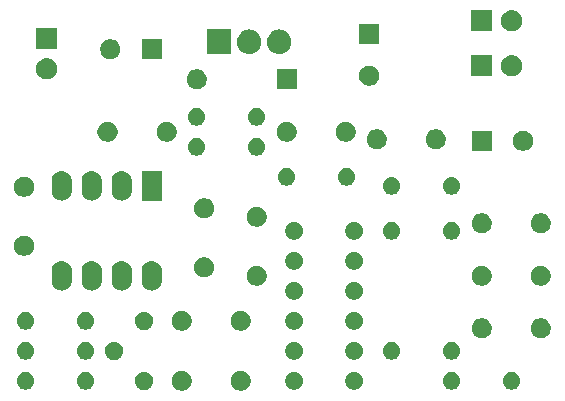
<source format=gbr>
G04 #@! TF.GenerationSoftware,KiCad,Pcbnew,(5.1.5)-3*
G04 #@! TF.CreationDate,2021-03-29T22:58:56-05:00*
G04 #@! TF.ProjectId,Sable_Bias_Voltage,5361626c-655f-4426-9961-735f566f6c74,rev?*
G04 #@! TF.SameCoordinates,Original*
G04 #@! TF.FileFunction,Soldermask,Bot*
G04 #@! TF.FilePolarity,Negative*
%FSLAX46Y46*%
G04 Gerber Fmt 4.6, Leading zero omitted, Abs format (unit mm)*
G04 Created by KiCad (PCBNEW (5.1.5)-3) date 2021-03-29 22:58:56*
%MOMM*%
%LPD*%
G04 APERTURE LIST*
%ADD10C,0.100000*%
G04 APERTURE END LIST*
D10*
G36*
X150028228Y-117291703D02*
G01*
X150183100Y-117355853D01*
X150322481Y-117448985D01*
X150441015Y-117567519D01*
X150534147Y-117706900D01*
X150598297Y-117861772D01*
X150631000Y-118026184D01*
X150631000Y-118193816D01*
X150598297Y-118358228D01*
X150534147Y-118513100D01*
X150441015Y-118652481D01*
X150322481Y-118771015D01*
X150183100Y-118864147D01*
X150028228Y-118928297D01*
X149863816Y-118961000D01*
X149696184Y-118961000D01*
X149531772Y-118928297D01*
X149376900Y-118864147D01*
X149237519Y-118771015D01*
X149118985Y-118652481D01*
X149025853Y-118513100D01*
X148961703Y-118358228D01*
X148929000Y-118193816D01*
X148929000Y-118026184D01*
X148961703Y-117861772D01*
X149025853Y-117706900D01*
X149118985Y-117567519D01*
X149237519Y-117448985D01*
X149376900Y-117355853D01*
X149531772Y-117291703D01*
X149696184Y-117259000D01*
X149863816Y-117259000D01*
X150028228Y-117291703D01*
G37*
G36*
X145028228Y-117291703D02*
G01*
X145183100Y-117355853D01*
X145322481Y-117448985D01*
X145441015Y-117567519D01*
X145534147Y-117706900D01*
X145598297Y-117861772D01*
X145631000Y-118026184D01*
X145631000Y-118193816D01*
X145598297Y-118358228D01*
X145534147Y-118513100D01*
X145441015Y-118652481D01*
X145322481Y-118771015D01*
X145183100Y-118864147D01*
X145028228Y-118928297D01*
X144863816Y-118961000D01*
X144696184Y-118961000D01*
X144531772Y-118928297D01*
X144376900Y-118864147D01*
X144237519Y-118771015D01*
X144118985Y-118652481D01*
X144025853Y-118513100D01*
X143961703Y-118358228D01*
X143929000Y-118193816D01*
X143929000Y-118026184D01*
X143961703Y-117861772D01*
X144025853Y-117706900D01*
X144118985Y-117567519D01*
X144237519Y-117448985D01*
X144376900Y-117355853D01*
X144531772Y-117291703D01*
X144696184Y-117259000D01*
X144863816Y-117259000D01*
X145028228Y-117291703D01*
G37*
G36*
X141730589Y-117348876D02*
G01*
X141829893Y-117368629D01*
X141970206Y-117426748D01*
X142096484Y-117511125D01*
X142203875Y-117618516D01*
X142288252Y-117744794D01*
X142346371Y-117885107D01*
X142376000Y-118034063D01*
X142376000Y-118185937D01*
X142346371Y-118334893D01*
X142288252Y-118475206D01*
X142203875Y-118601484D01*
X142096484Y-118708875D01*
X141970206Y-118793252D01*
X141829893Y-118851371D01*
X141765663Y-118864147D01*
X141680938Y-118881000D01*
X141529062Y-118881000D01*
X141444337Y-118864147D01*
X141380107Y-118851371D01*
X141239794Y-118793252D01*
X141113516Y-118708875D01*
X141006125Y-118601484D01*
X140921748Y-118475206D01*
X140863629Y-118334893D01*
X140834000Y-118185937D01*
X140834000Y-118034063D01*
X140863629Y-117885107D01*
X140921748Y-117744794D01*
X141006125Y-117618516D01*
X141113516Y-117511125D01*
X141239794Y-117426748D01*
X141380107Y-117368629D01*
X141479411Y-117348876D01*
X141529062Y-117339000D01*
X141680938Y-117339000D01*
X141730589Y-117348876D01*
G37*
G36*
X159604059Y-117387860D02*
G01*
X159740732Y-117444472D01*
X159863735Y-117526660D01*
X159968340Y-117631265D01*
X160050528Y-117754268D01*
X160107140Y-117890941D01*
X160136000Y-118036033D01*
X160136000Y-118183967D01*
X160107140Y-118329059D01*
X160050528Y-118465732D01*
X159968340Y-118588735D01*
X159863735Y-118693340D01*
X159740732Y-118775528D01*
X159740731Y-118775529D01*
X159740730Y-118775529D01*
X159604059Y-118832140D01*
X159458968Y-118861000D01*
X159311032Y-118861000D01*
X159165941Y-118832140D01*
X159029270Y-118775529D01*
X159029269Y-118775529D01*
X159029268Y-118775528D01*
X158906265Y-118693340D01*
X158801660Y-118588735D01*
X158719472Y-118465732D01*
X158662860Y-118329059D01*
X158634000Y-118183967D01*
X158634000Y-118036033D01*
X158662860Y-117890941D01*
X158719472Y-117754268D01*
X158801660Y-117631265D01*
X158906265Y-117526660D01*
X159029268Y-117444472D01*
X159165941Y-117387860D01*
X159311032Y-117359000D01*
X159458968Y-117359000D01*
X159604059Y-117387860D01*
G37*
G36*
X172939059Y-117387860D02*
G01*
X173075732Y-117444472D01*
X173198735Y-117526660D01*
X173303340Y-117631265D01*
X173385528Y-117754268D01*
X173442140Y-117890941D01*
X173471000Y-118036033D01*
X173471000Y-118183967D01*
X173442140Y-118329059D01*
X173385528Y-118465732D01*
X173303340Y-118588735D01*
X173198735Y-118693340D01*
X173075732Y-118775528D01*
X173075731Y-118775529D01*
X173075730Y-118775529D01*
X172939059Y-118832140D01*
X172793968Y-118861000D01*
X172646032Y-118861000D01*
X172500941Y-118832140D01*
X172364270Y-118775529D01*
X172364269Y-118775529D01*
X172364268Y-118775528D01*
X172241265Y-118693340D01*
X172136660Y-118588735D01*
X172054472Y-118465732D01*
X171997860Y-118329059D01*
X171969000Y-118183967D01*
X171969000Y-118036033D01*
X171997860Y-117890941D01*
X172054472Y-117754268D01*
X172136660Y-117631265D01*
X172241265Y-117526660D01*
X172364268Y-117444472D01*
X172500941Y-117387860D01*
X172646032Y-117359000D01*
X172793968Y-117359000D01*
X172939059Y-117387860D01*
G37*
G36*
X167859059Y-117387860D02*
G01*
X167995732Y-117444472D01*
X168118735Y-117526660D01*
X168223340Y-117631265D01*
X168305528Y-117754268D01*
X168362140Y-117890941D01*
X168391000Y-118036033D01*
X168391000Y-118183967D01*
X168362140Y-118329059D01*
X168305528Y-118465732D01*
X168223340Y-118588735D01*
X168118735Y-118693340D01*
X167995732Y-118775528D01*
X167995731Y-118775529D01*
X167995730Y-118775529D01*
X167859059Y-118832140D01*
X167713968Y-118861000D01*
X167566032Y-118861000D01*
X167420941Y-118832140D01*
X167284270Y-118775529D01*
X167284269Y-118775529D01*
X167284268Y-118775528D01*
X167161265Y-118693340D01*
X167056660Y-118588735D01*
X166974472Y-118465732D01*
X166917860Y-118329059D01*
X166889000Y-118183967D01*
X166889000Y-118036033D01*
X166917860Y-117890941D01*
X166974472Y-117754268D01*
X167056660Y-117631265D01*
X167161265Y-117526660D01*
X167284268Y-117444472D01*
X167420941Y-117387860D01*
X167566032Y-117359000D01*
X167713968Y-117359000D01*
X167859059Y-117387860D01*
G37*
G36*
X131791059Y-117387860D02*
G01*
X131927732Y-117444472D01*
X132050735Y-117526660D01*
X132155340Y-117631265D01*
X132237528Y-117754268D01*
X132294140Y-117890941D01*
X132323000Y-118036033D01*
X132323000Y-118183967D01*
X132294140Y-118329059D01*
X132237528Y-118465732D01*
X132155340Y-118588735D01*
X132050735Y-118693340D01*
X131927732Y-118775528D01*
X131927731Y-118775529D01*
X131927730Y-118775529D01*
X131791059Y-118832140D01*
X131645968Y-118861000D01*
X131498032Y-118861000D01*
X131352941Y-118832140D01*
X131216270Y-118775529D01*
X131216269Y-118775529D01*
X131216268Y-118775528D01*
X131093265Y-118693340D01*
X130988660Y-118588735D01*
X130906472Y-118465732D01*
X130849860Y-118329059D01*
X130821000Y-118183967D01*
X130821000Y-118036033D01*
X130849860Y-117890941D01*
X130906472Y-117754268D01*
X130988660Y-117631265D01*
X131093265Y-117526660D01*
X131216268Y-117444472D01*
X131352941Y-117387860D01*
X131498032Y-117359000D01*
X131645968Y-117359000D01*
X131791059Y-117387860D01*
G37*
G36*
X136871059Y-117387860D02*
G01*
X137007732Y-117444472D01*
X137130735Y-117526660D01*
X137235340Y-117631265D01*
X137317528Y-117754268D01*
X137374140Y-117890941D01*
X137403000Y-118036033D01*
X137403000Y-118183967D01*
X137374140Y-118329059D01*
X137317528Y-118465732D01*
X137235340Y-118588735D01*
X137130735Y-118693340D01*
X137007732Y-118775528D01*
X137007731Y-118775529D01*
X137007730Y-118775529D01*
X136871059Y-118832140D01*
X136725968Y-118861000D01*
X136578032Y-118861000D01*
X136432941Y-118832140D01*
X136296270Y-118775529D01*
X136296269Y-118775529D01*
X136296268Y-118775528D01*
X136173265Y-118693340D01*
X136068660Y-118588735D01*
X135986472Y-118465732D01*
X135929860Y-118329059D01*
X135901000Y-118183967D01*
X135901000Y-118036033D01*
X135929860Y-117890941D01*
X135986472Y-117754268D01*
X136068660Y-117631265D01*
X136173265Y-117526660D01*
X136296268Y-117444472D01*
X136432941Y-117387860D01*
X136578032Y-117359000D01*
X136725968Y-117359000D01*
X136871059Y-117387860D01*
G37*
G36*
X154524059Y-117387860D02*
G01*
X154660732Y-117444472D01*
X154783735Y-117526660D01*
X154888340Y-117631265D01*
X154970528Y-117754268D01*
X155027140Y-117890941D01*
X155056000Y-118036033D01*
X155056000Y-118183967D01*
X155027140Y-118329059D01*
X154970528Y-118465732D01*
X154888340Y-118588735D01*
X154783735Y-118693340D01*
X154660732Y-118775528D01*
X154660731Y-118775529D01*
X154660730Y-118775529D01*
X154524059Y-118832140D01*
X154378968Y-118861000D01*
X154231032Y-118861000D01*
X154085941Y-118832140D01*
X153949270Y-118775529D01*
X153949269Y-118775529D01*
X153949268Y-118775528D01*
X153826265Y-118693340D01*
X153721660Y-118588735D01*
X153639472Y-118465732D01*
X153582860Y-118329059D01*
X153554000Y-118183967D01*
X153554000Y-118036033D01*
X153582860Y-117890941D01*
X153639472Y-117754268D01*
X153721660Y-117631265D01*
X153826265Y-117526660D01*
X153949268Y-117444472D01*
X154085941Y-117387860D01*
X154231032Y-117359000D01*
X154378968Y-117359000D01*
X154524059Y-117387860D01*
G37*
G36*
X139190589Y-114808876D02*
G01*
X139289893Y-114828629D01*
X139430206Y-114886748D01*
X139556484Y-114971125D01*
X139663875Y-115078516D01*
X139748252Y-115204794D01*
X139806371Y-115345107D01*
X139836000Y-115494063D01*
X139836000Y-115645937D01*
X139806371Y-115794893D01*
X139748252Y-115935206D01*
X139663875Y-116061484D01*
X139556484Y-116168875D01*
X139430206Y-116253252D01*
X139289893Y-116311371D01*
X139190589Y-116331124D01*
X139140938Y-116341000D01*
X138989062Y-116341000D01*
X138939411Y-116331124D01*
X138840107Y-116311371D01*
X138699794Y-116253252D01*
X138573516Y-116168875D01*
X138466125Y-116061484D01*
X138381748Y-115935206D01*
X138323629Y-115794893D01*
X138294000Y-115645937D01*
X138294000Y-115494063D01*
X138323629Y-115345107D01*
X138381748Y-115204794D01*
X138466125Y-115078516D01*
X138573516Y-114971125D01*
X138699794Y-114886748D01*
X138840107Y-114828629D01*
X138939411Y-114808876D01*
X138989062Y-114799000D01*
X139140938Y-114799000D01*
X139190589Y-114808876D01*
G37*
G36*
X159604059Y-114847860D02*
G01*
X159740732Y-114904472D01*
X159863735Y-114986660D01*
X159968340Y-115091265D01*
X160050528Y-115214268D01*
X160107140Y-115350941D01*
X160136000Y-115496033D01*
X160136000Y-115643967D01*
X160107140Y-115789059D01*
X160050528Y-115925732D01*
X159968340Y-116048735D01*
X159863735Y-116153340D01*
X159740732Y-116235528D01*
X159740731Y-116235529D01*
X159740730Y-116235529D01*
X159604059Y-116292140D01*
X159458968Y-116321000D01*
X159311032Y-116321000D01*
X159165941Y-116292140D01*
X159029270Y-116235529D01*
X159029269Y-116235529D01*
X159029268Y-116235528D01*
X158906265Y-116153340D01*
X158801660Y-116048735D01*
X158719472Y-115925732D01*
X158662860Y-115789059D01*
X158634000Y-115643967D01*
X158634000Y-115496033D01*
X158662860Y-115350941D01*
X158719472Y-115214268D01*
X158801660Y-115091265D01*
X158906265Y-114986660D01*
X159029268Y-114904472D01*
X159165941Y-114847860D01*
X159311032Y-114819000D01*
X159458968Y-114819000D01*
X159604059Y-114847860D01*
G37*
G36*
X154524059Y-114847860D02*
G01*
X154660732Y-114904472D01*
X154783735Y-114986660D01*
X154888340Y-115091265D01*
X154970528Y-115214268D01*
X155027140Y-115350941D01*
X155056000Y-115496033D01*
X155056000Y-115643967D01*
X155027140Y-115789059D01*
X154970528Y-115925732D01*
X154888340Y-116048735D01*
X154783735Y-116153340D01*
X154660732Y-116235528D01*
X154660731Y-116235529D01*
X154660730Y-116235529D01*
X154524059Y-116292140D01*
X154378968Y-116321000D01*
X154231032Y-116321000D01*
X154085941Y-116292140D01*
X153949270Y-116235529D01*
X153949269Y-116235529D01*
X153949268Y-116235528D01*
X153826265Y-116153340D01*
X153721660Y-116048735D01*
X153639472Y-115925732D01*
X153582860Y-115789059D01*
X153554000Y-115643967D01*
X153554000Y-115496033D01*
X153582860Y-115350941D01*
X153639472Y-115214268D01*
X153721660Y-115091265D01*
X153826265Y-114986660D01*
X153949268Y-114904472D01*
X154085941Y-114847860D01*
X154231032Y-114819000D01*
X154378968Y-114819000D01*
X154524059Y-114847860D01*
G37*
G36*
X162779059Y-114847860D02*
G01*
X162915732Y-114904472D01*
X163038735Y-114986660D01*
X163143340Y-115091265D01*
X163225528Y-115214268D01*
X163282140Y-115350941D01*
X163311000Y-115496033D01*
X163311000Y-115643967D01*
X163282140Y-115789059D01*
X163225528Y-115925732D01*
X163143340Y-116048735D01*
X163038735Y-116153340D01*
X162915732Y-116235528D01*
X162915731Y-116235529D01*
X162915730Y-116235529D01*
X162779059Y-116292140D01*
X162633968Y-116321000D01*
X162486032Y-116321000D01*
X162340941Y-116292140D01*
X162204270Y-116235529D01*
X162204269Y-116235529D01*
X162204268Y-116235528D01*
X162081265Y-116153340D01*
X161976660Y-116048735D01*
X161894472Y-115925732D01*
X161837860Y-115789059D01*
X161809000Y-115643967D01*
X161809000Y-115496033D01*
X161837860Y-115350941D01*
X161894472Y-115214268D01*
X161976660Y-115091265D01*
X162081265Y-114986660D01*
X162204268Y-114904472D01*
X162340941Y-114847860D01*
X162486032Y-114819000D01*
X162633968Y-114819000D01*
X162779059Y-114847860D01*
G37*
G36*
X131791059Y-114847860D02*
G01*
X131927732Y-114904472D01*
X132050735Y-114986660D01*
X132155340Y-115091265D01*
X132237528Y-115214268D01*
X132294140Y-115350941D01*
X132323000Y-115496033D01*
X132323000Y-115643967D01*
X132294140Y-115789059D01*
X132237528Y-115925732D01*
X132155340Y-116048735D01*
X132050735Y-116153340D01*
X131927732Y-116235528D01*
X131927731Y-116235529D01*
X131927730Y-116235529D01*
X131791059Y-116292140D01*
X131645968Y-116321000D01*
X131498032Y-116321000D01*
X131352941Y-116292140D01*
X131216270Y-116235529D01*
X131216269Y-116235529D01*
X131216268Y-116235528D01*
X131093265Y-116153340D01*
X130988660Y-116048735D01*
X130906472Y-115925732D01*
X130849860Y-115789059D01*
X130821000Y-115643967D01*
X130821000Y-115496033D01*
X130849860Y-115350941D01*
X130906472Y-115214268D01*
X130988660Y-115091265D01*
X131093265Y-114986660D01*
X131216268Y-114904472D01*
X131352941Y-114847860D01*
X131498032Y-114819000D01*
X131645968Y-114819000D01*
X131791059Y-114847860D01*
G37*
G36*
X136871059Y-114847860D02*
G01*
X137007732Y-114904472D01*
X137130735Y-114986660D01*
X137235340Y-115091265D01*
X137317528Y-115214268D01*
X137374140Y-115350941D01*
X137403000Y-115496033D01*
X137403000Y-115643967D01*
X137374140Y-115789059D01*
X137317528Y-115925732D01*
X137235340Y-116048735D01*
X137130735Y-116153340D01*
X137007732Y-116235528D01*
X137007731Y-116235529D01*
X137007730Y-116235529D01*
X136871059Y-116292140D01*
X136725968Y-116321000D01*
X136578032Y-116321000D01*
X136432941Y-116292140D01*
X136296270Y-116235529D01*
X136296269Y-116235529D01*
X136296268Y-116235528D01*
X136173265Y-116153340D01*
X136068660Y-116048735D01*
X135986472Y-115925732D01*
X135929860Y-115789059D01*
X135901000Y-115643967D01*
X135901000Y-115496033D01*
X135929860Y-115350941D01*
X135986472Y-115214268D01*
X136068660Y-115091265D01*
X136173265Y-114986660D01*
X136296268Y-114904472D01*
X136432941Y-114847860D01*
X136578032Y-114819000D01*
X136725968Y-114819000D01*
X136871059Y-114847860D01*
G37*
G36*
X167859059Y-114847860D02*
G01*
X167995732Y-114904472D01*
X168118735Y-114986660D01*
X168223340Y-115091265D01*
X168305528Y-115214268D01*
X168362140Y-115350941D01*
X168391000Y-115496033D01*
X168391000Y-115643967D01*
X168362140Y-115789059D01*
X168305528Y-115925732D01*
X168223340Y-116048735D01*
X168118735Y-116153340D01*
X167995732Y-116235528D01*
X167995731Y-116235529D01*
X167995730Y-116235529D01*
X167859059Y-116292140D01*
X167713968Y-116321000D01*
X167566032Y-116321000D01*
X167420941Y-116292140D01*
X167284270Y-116235529D01*
X167284269Y-116235529D01*
X167284268Y-116235528D01*
X167161265Y-116153340D01*
X167056660Y-116048735D01*
X166974472Y-115925732D01*
X166917860Y-115789059D01*
X166889000Y-115643967D01*
X166889000Y-115496033D01*
X166917860Y-115350941D01*
X166974472Y-115214268D01*
X167056660Y-115091265D01*
X167161265Y-114986660D01*
X167284268Y-114904472D01*
X167420941Y-114847860D01*
X167566032Y-114819000D01*
X167713968Y-114819000D01*
X167859059Y-114847860D01*
G37*
G36*
X175428228Y-112846703D02*
G01*
X175583100Y-112910853D01*
X175722481Y-113003985D01*
X175841015Y-113122519D01*
X175934147Y-113261900D01*
X175998297Y-113416772D01*
X176031000Y-113581184D01*
X176031000Y-113748816D01*
X175998297Y-113913228D01*
X175934147Y-114068100D01*
X175841015Y-114207481D01*
X175722481Y-114326015D01*
X175583100Y-114419147D01*
X175428228Y-114483297D01*
X175263816Y-114516000D01*
X175096184Y-114516000D01*
X174931772Y-114483297D01*
X174776900Y-114419147D01*
X174637519Y-114326015D01*
X174518985Y-114207481D01*
X174425853Y-114068100D01*
X174361703Y-113913228D01*
X174329000Y-113748816D01*
X174329000Y-113581184D01*
X174361703Y-113416772D01*
X174425853Y-113261900D01*
X174518985Y-113122519D01*
X174637519Y-113003985D01*
X174776900Y-112910853D01*
X174931772Y-112846703D01*
X175096184Y-112814000D01*
X175263816Y-112814000D01*
X175428228Y-112846703D01*
G37*
G36*
X170428228Y-112846703D02*
G01*
X170583100Y-112910853D01*
X170722481Y-113003985D01*
X170841015Y-113122519D01*
X170934147Y-113261900D01*
X170998297Y-113416772D01*
X171031000Y-113581184D01*
X171031000Y-113748816D01*
X170998297Y-113913228D01*
X170934147Y-114068100D01*
X170841015Y-114207481D01*
X170722481Y-114326015D01*
X170583100Y-114419147D01*
X170428228Y-114483297D01*
X170263816Y-114516000D01*
X170096184Y-114516000D01*
X169931772Y-114483297D01*
X169776900Y-114419147D01*
X169637519Y-114326015D01*
X169518985Y-114207481D01*
X169425853Y-114068100D01*
X169361703Y-113913228D01*
X169329000Y-113748816D01*
X169329000Y-113581184D01*
X169361703Y-113416772D01*
X169425853Y-113261900D01*
X169518985Y-113122519D01*
X169637519Y-113003985D01*
X169776900Y-112910853D01*
X169931772Y-112846703D01*
X170096184Y-112814000D01*
X170263816Y-112814000D01*
X170428228Y-112846703D01*
G37*
G36*
X145028228Y-112211703D02*
G01*
X145183100Y-112275853D01*
X145322481Y-112368985D01*
X145441015Y-112487519D01*
X145534147Y-112626900D01*
X145598297Y-112781772D01*
X145631000Y-112946184D01*
X145631000Y-113113816D01*
X145598297Y-113278228D01*
X145534147Y-113433100D01*
X145441015Y-113572481D01*
X145322481Y-113691015D01*
X145183100Y-113784147D01*
X145028228Y-113848297D01*
X144863816Y-113881000D01*
X144696184Y-113881000D01*
X144531772Y-113848297D01*
X144376900Y-113784147D01*
X144237519Y-113691015D01*
X144118985Y-113572481D01*
X144025853Y-113433100D01*
X143961703Y-113278228D01*
X143929000Y-113113816D01*
X143929000Y-112946184D01*
X143961703Y-112781772D01*
X144025853Y-112626900D01*
X144118985Y-112487519D01*
X144237519Y-112368985D01*
X144376900Y-112275853D01*
X144531772Y-112211703D01*
X144696184Y-112179000D01*
X144863816Y-112179000D01*
X145028228Y-112211703D01*
G37*
G36*
X150028228Y-112211703D02*
G01*
X150183100Y-112275853D01*
X150322481Y-112368985D01*
X150441015Y-112487519D01*
X150534147Y-112626900D01*
X150598297Y-112781772D01*
X150631000Y-112946184D01*
X150631000Y-113113816D01*
X150598297Y-113278228D01*
X150534147Y-113433100D01*
X150441015Y-113572481D01*
X150322481Y-113691015D01*
X150183100Y-113784147D01*
X150028228Y-113848297D01*
X149863816Y-113881000D01*
X149696184Y-113881000D01*
X149531772Y-113848297D01*
X149376900Y-113784147D01*
X149237519Y-113691015D01*
X149118985Y-113572481D01*
X149025853Y-113433100D01*
X148961703Y-113278228D01*
X148929000Y-113113816D01*
X148929000Y-112946184D01*
X148961703Y-112781772D01*
X149025853Y-112626900D01*
X149118985Y-112487519D01*
X149237519Y-112368985D01*
X149376900Y-112275853D01*
X149531772Y-112211703D01*
X149696184Y-112179000D01*
X149863816Y-112179000D01*
X150028228Y-112211703D01*
G37*
G36*
X141730589Y-112268876D02*
G01*
X141829893Y-112288629D01*
X141970206Y-112346748D01*
X142096484Y-112431125D01*
X142203875Y-112538516D01*
X142288252Y-112664794D01*
X142346371Y-112805107D01*
X142346371Y-112805109D01*
X142376000Y-112954062D01*
X142376000Y-113105938D01*
X142366124Y-113155589D01*
X142346371Y-113254893D01*
X142288252Y-113395206D01*
X142203875Y-113521484D01*
X142096484Y-113628875D01*
X141970206Y-113713252D01*
X141829893Y-113771371D01*
X141765663Y-113784147D01*
X141680938Y-113801000D01*
X141529062Y-113801000D01*
X141444337Y-113784147D01*
X141380107Y-113771371D01*
X141239794Y-113713252D01*
X141113516Y-113628875D01*
X141006125Y-113521484D01*
X140921748Y-113395206D01*
X140863629Y-113254893D01*
X140843876Y-113155589D01*
X140834000Y-113105938D01*
X140834000Y-112954062D01*
X140863629Y-112805109D01*
X140863629Y-112805107D01*
X140921748Y-112664794D01*
X141006125Y-112538516D01*
X141113516Y-112431125D01*
X141239794Y-112346748D01*
X141380107Y-112288629D01*
X141479411Y-112268876D01*
X141529062Y-112259000D01*
X141680938Y-112259000D01*
X141730589Y-112268876D01*
G37*
G36*
X131791059Y-112307860D02*
G01*
X131927732Y-112364472D01*
X132050735Y-112446660D01*
X132155340Y-112551265D01*
X132237528Y-112674268D01*
X132294140Y-112810941D01*
X132323000Y-112956033D01*
X132323000Y-113103967D01*
X132294140Y-113249059D01*
X132237528Y-113385732D01*
X132155340Y-113508735D01*
X132050735Y-113613340D01*
X131927732Y-113695528D01*
X131927731Y-113695529D01*
X131927730Y-113695529D01*
X131791059Y-113752140D01*
X131645968Y-113781000D01*
X131498032Y-113781000D01*
X131352941Y-113752140D01*
X131216270Y-113695529D01*
X131216269Y-113695529D01*
X131216268Y-113695528D01*
X131093265Y-113613340D01*
X130988660Y-113508735D01*
X130906472Y-113385732D01*
X130849860Y-113249059D01*
X130821000Y-113103967D01*
X130821000Y-112956033D01*
X130849860Y-112810941D01*
X130906472Y-112674268D01*
X130988660Y-112551265D01*
X131093265Y-112446660D01*
X131216268Y-112364472D01*
X131352941Y-112307860D01*
X131498032Y-112279000D01*
X131645968Y-112279000D01*
X131791059Y-112307860D01*
G37*
G36*
X154524059Y-112307860D02*
G01*
X154660732Y-112364472D01*
X154783735Y-112446660D01*
X154888340Y-112551265D01*
X154970528Y-112674268D01*
X155027140Y-112810941D01*
X155056000Y-112956033D01*
X155056000Y-113103967D01*
X155027140Y-113249059D01*
X154970528Y-113385732D01*
X154888340Y-113508735D01*
X154783735Y-113613340D01*
X154660732Y-113695528D01*
X154660731Y-113695529D01*
X154660730Y-113695529D01*
X154524059Y-113752140D01*
X154378968Y-113781000D01*
X154231032Y-113781000D01*
X154085941Y-113752140D01*
X153949270Y-113695529D01*
X153949269Y-113695529D01*
X153949268Y-113695528D01*
X153826265Y-113613340D01*
X153721660Y-113508735D01*
X153639472Y-113385732D01*
X153582860Y-113249059D01*
X153554000Y-113103967D01*
X153554000Y-112956033D01*
X153582860Y-112810941D01*
X153639472Y-112674268D01*
X153721660Y-112551265D01*
X153826265Y-112446660D01*
X153949268Y-112364472D01*
X154085941Y-112307860D01*
X154231032Y-112279000D01*
X154378968Y-112279000D01*
X154524059Y-112307860D01*
G37*
G36*
X159604059Y-112307860D02*
G01*
X159740732Y-112364472D01*
X159863735Y-112446660D01*
X159968340Y-112551265D01*
X160050528Y-112674268D01*
X160107140Y-112810941D01*
X160136000Y-112956033D01*
X160136000Y-113103967D01*
X160107140Y-113249059D01*
X160050528Y-113385732D01*
X159968340Y-113508735D01*
X159863735Y-113613340D01*
X159740732Y-113695528D01*
X159740731Y-113695529D01*
X159740730Y-113695529D01*
X159604059Y-113752140D01*
X159458968Y-113781000D01*
X159311032Y-113781000D01*
X159165941Y-113752140D01*
X159029270Y-113695529D01*
X159029269Y-113695529D01*
X159029268Y-113695528D01*
X158906265Y-113613340D01*
X158801660Y-113508735D01*
X158719472Y-113385732D01*
X158662860Y-113249059D01*
X158634000Y-113103967D01*
X158634000Y-112956033D01*
X158662860Y-112810941D01*
X158719472Y-112674268D01*
X158801660Y-112551265D01*
X158906265Y-112446660D01*
X159029268Y-112364472D01*
X159165941Y-112307860D01*
X159311032Y-112279000D01*
X159458968Y-112279000D01*
X159604059Y-112307860D01*
G37*
G36*
X136871059Y-112307860D02*
G01*
X137007732Y-112364472D01*
X137130735Y-112446660D01*
X137235340Y-112551265D01*
X137317528Y-112674268D01*
X137374140Y-112810941D01*
X137403000Y-112956033D01*
X137403000Y-113103967D01*
X137374140Y-113249059D01*
X137317528Y-113385732D01*
X137235340Y-113508735D01*
X137130735Y-113613340D01*
X137007732Y-113695528D01*
X137007731Y-113695529D01*
X137007730Y-113695529D01*
X136871059Y-113752140D01*
X136725968Y-113781000D01*
X136578032Y-113781000D01*
X136432941Y-113752140D01*
X136296270Y-113695529D01*
X136296269Y-113695529D01*
X136296268Y-113695528D01*
X136173265Y-113613340D01*
X136068660Y-113508735D01*
X135986472Y-113385732D01*
X135929860Y-113249059D01*
X135901000Y-113103967D01*
X135901000Y-112956033D01*
X135929860Y-112810941D01*
X135986472Y-112674268D01*
X136068660Y-112551265D01*
X136173265Y-112446660D01*
X136296268Y-112364472D01*
X136432941Y-112307860D01*
X136578032Y-112279000D01*
X136725968Y-112279000D01*
X136871059Y-112307860D01*
G37*
G36*
X159604059Y-109767860D02*
G01*
X159649845Y-109786825D01*
X159740732Y-109824472D01*
X159863735Y-109906660D01*
X159968340Y-110011265D01*
X160050528Y-110134268D01*
X160107140Y-110270941D01*
X160136000Y-110416033D01*
X160136000Y-110563967D01*
X160107140Y-110709059D01*
X160050528Y-110845732D01*
X159968340Y-110968735D01*
X159863735Y-111073340D01*
X159740732Y-111155528D01*
X159740731Y-111155529D01*
X159740730Y-111155529D01*
X159604059Y-111212140D01*
X159458968Y-111241000D01*
X159311032Y-111241000D01*
X159165941Y-111212140D01*
X159029270Y-111155529D01*
X159029269Y-111155529D01*
X159029268Y-111155528D01*
X158906265Y-111073340D01*
X158801660Y-110968735D01*
X158719472Y-110845732D01*
X158662860Y-110709059D01*
X158634000Y-110563967D01*
X158634000Y-110416033D01*
X158662860Y-110270941D01*
X158719472Y-110134268D01*
X158801660Y-110011265D01*
X158906265Y-109906660D01*
X159029268Y-109824472D01*
X159120156Y-109786825D01*
X159165941Y-109767860D01*
X159311032Y-109739000D01*
X159458968Y-109739000D01*
X159604059Y-109767860D01*
G37*
G36*
X154524059Y-109767860D02*
G01*
X154569845Y-109786825D01*
X154660732Y-109824472D01*
X154783735Y-109906660D01*
X154888340Y-110011265D01*
X154970528Y-110134268D01*
X155027140Y-110270941D01*
X155056000Y-110416033D01*
X155056000Y-110563967D01*
X155027140Y-110709059D01*
X154970528Y-110845732D01*
X154888340Y-110968735D01*
X154783735Y-111073340D01*
X154660732Y-111155528D01*
X154660731Y-111155529D01*
X154660730Y-111155529D01*
X154524059Y-111212140D01*
X154378968Y-111241000D01*
X154231032Y-111241000D01*
X154085941Y-111212140D01*
X153949270Y-111155529D01*
X153949269Y-111155529D01*
X153949268Y-111155528D01*
X153826265Y-111073340D01*
X153721660Y-110968735D01*
X153639472Y-110845732D01*
X153582860Y-110709059D01*
X153554000Y-110563967D01*
X153554000Y-110416033D01*
X153582860Y-110270941D01*
X153639472Y-110134268D01*
X153721660Y-110011265D01*
X153826265Y-109906660D01*
X153949268Y-109824472D01*
X154040156Y-109786825D01*
X154085941Y-109767860D01*
X154231032Y-109739000D01*
X154378968Y-109739000D01*
X154524059Y-109767860D01*
G37*
G36*
X142406823Y-107981313D02*
G01*
X142537380Y-108020917D01*
X142547437Y-108023968D01*
X142567242Y-108029976D01*
X142699906Y-108100886D01*
X142715078Y-108108996D01*
X142844659Y-108215341D01*
X142951004Y-108344922D01*
X142951005Y-108344924D01*
X143030024Y-108492758D01*
X143078687Y-108653178D01*
X143091000Y-108778197D01*
X143091000Y-109661804D01*
X143078687Y-109786823D01*
X143030024Y-109947242D01*
X143015642Y-109974148D01*
X142951004Y-110095078D01*
X142844659Y-110224659D01*
X142715077Y-110331005D01*
X142567241Y-110410024D01*
X142567238Y-110410025D01*
X142547432Y-110416033D01*
X142406822Y-110458687D01*
X142240000Y-110475117D01*
X142073177Y-110458687D01*
X141932567Y-110416033D01*
X141912761Y-110410025D01*
X141912758Y-110410024D01*
X141764924Y-110331005D01*
X141764922Y-110331004D01*
X141635341Y-110224659D01*
X141528995Y-110095077D01*
X141449976Y-109947241D01*
X141401313Y-109786822D01*
X141389000Y-109661803D01*
X141389000Y-108778197D01*
X141401314Y-108653177D01*
X141449977Y-108492758D01*
X141528996Y-108344924D01*
X141528997Y-108344922D01*
X141635342Y-108215341D01*
X141764923Y-108108996D01*
X141780095Y-108100886D01*
X141912759Y-108029976D01*
X141932565Y-108023968D01*
X141942621Y-108020917D01*
X142073178Y-107981313D01*
X142240000Y-107964883D01*
X142406823Y-107981313D01*
G37*
G36*
X139866823Y-107981313D02*
G01*
X139997380Y-108020917D01*
X140007437Y-108023968D01*
X140027242Y-108029976D01*
X140159906Y-108100886D01*
X140175078Y-108108996D01*
X140304659Y-108215341D01*
X140411004Y-108344922D01*
X140411005Y-108344924D01*
X140490024Y-108492758D01*
X140538687Y-108653178D01*
X140551000Y-108778197D01*
X140551000Y-109661804D01*
X140538687Y-109786823D01*
X140490024Y-109947242D01*
X140475642Y-109974148D01*
X140411004Y-110095078D01*
X140304659Y-110224659D01*
X140175077Y-110331005D01*
X140027241Y-110410024D01*
X140027238Y-110410025D01*
X140007432Y-110416033D01*
X139866822Y-110458687D01*
X139700000Y-110475117D01*
X139533177Y-110458687D01*
X139392567Y-110416033D01*
X139372761Y-110410025D01*
X139372758Y-110410024D01*
X139224924Y-110331005D01*
X139224922Y-110331004D01*
X139095341Y-110224659D01*
X138988995Y-110095077D01*
X138909976Y-109947241D01*
X138861313Y-109786822D01*
X138849000Y-109661803D01*
X138849000Y-108778197D01*
X138861314Y-108653177D01*
X138909977Y-108492758D01*
X138988996Y-108344924D01*
X138988997Y-108344922D01*
X139095342Y-108215341D01*
X139224923Y-108108996D01*
X139240095Y-108100886D01*
X139372759Y-108029976D01*
X139392565Y-108023968D01*
X139402621Y-108020917D01*
X139533178Y-107981313D01*
X139700000Y-107964883D01*
X139866823Y-107981313D01*
G37*
G36*
X137326823Y-107981313D02*
G01*
X137457380Y-108020917D01*
X137467437Y-108023968D01*
X137487242Y-108029976D01*
X137619906Y-108100886D01*
X137635078Y-108108996D01*
X137764659Y-108215341D01*
X137871004Y-108344922D01*
X137871005Y-108344924D01*
X137950024Y-108492758D01*
X137998687Y-108653178D01*
X138011000Y-108778197D01*
X138011000Y-109661804D01*
X137998687Y-109786823D01*
X137950024Y-109947242D01*
X137935642Y-109974148D01*
X137871004Y-110095078D01*
X137764659Y-110224659D01*
X137635077Y-110331005D01*
X137487241Y-110410024D01*
X137487238Y-110410025D01*
X137467432Y-110416033D01*
X137326822Y-110458687D01*
X137160000Y-110475117D01*
X136993177Y-110458687D01*
X136852567Y-110416033D01*
X136832761Y-110410025D01*
X136832758Y-110410024D01*
X136684924Y-110331005D01*
X136684922Y-110331004D01*
X136555341Y-110224659D01*
X136448995Y-110095077D01*
X136369976Y-109947241D01*
X136321313Y-109786822D01*
X136309000Y-109661803D01*
X136309000Y-108778197D01*
X136321314Y-108653177D01*
X136369977Y-108492758D01*
X136448996Y-108344924D01*
X136448997Y-108344922D01*
X136555342Y-108215341D01*
X136684923Y-108108996D01*
X136700095Y-108100886D01*
X136832759Y-108029976D01*
X136852565Y-108023968D01*
X136862621Y-108020917D01*
X136993178Y-107981313D01*
X137160000Y-107964883D01*
X137326823Y-107981313D01*
G37*
G36*
X134786823Y-107981313D02*
G01*
X134917380Y-108020917D01*
X134927437Y-108023968D01*
X134947242Y-108029976D01*
X135079906Y-108100886D01*
X135095078Y-108108996D01*
X135224659Y-108215341D01*
X135331004Y-108344922D01*
X135331005Y-108344924D01*
X135410024Y-108492758D01*
X135458687Y-108653178D01*
X135471000Y-108778197D01*
X135471000Y-109661804D01*
X135458687Y-109786823D01*
X135410024Y-109947242D01*
X135395642Y-109974148D01*
X135331004Y-110095078D01*
X135224659Y-110224659D01*
X135095077Y-110331005D01*
X134947241Y-110410024D01*
X134947238Y-110410025D01*
X134927432Y-110416033D01*
X134786822Y-110458687D01*
X134620000Y-110475117D01*
X134453177Y-110458687D01*
X134312567Y-110416033D01*
X134292761Y-110410025D01*
X134292758Y-110410024D01*
X134144924Y-110331005D01*
X134144922Y-110331004D01*
X134015341Y-110224659D01*
X133908995Y-110095077D01*
X133829976Y-109947241D01*
X133781313Y-109786822D01*
X133769000Y-109661803D01*
X133769000Y-108778197D01*
X133781314Y-108653177D01*
X133829977Y-108492758D01*
X133908996Y-108344924D01*
X133908997Y-108344922D01*
X134015342Y-108215341D01*
X134144923Y-108108996D01*
X134160095Y-108100886D01*
X134292759Y-108029976D01*
X134312565Y-108023968D01*
X134322621Y-108020917D01*
X134453178Y-107981313D01*
X134620000Y-107964883D01*
X134786823Y-107981313D01*
G37*
G36*
X175428228Y-108401703D02*
G01*
X175583100Y-108465853D01*
X175722481Y-108558985D01*
X175841015Y-108677519D01*
X175934147Y-108816900D01*
X175998297Y-108971772D01*
X176031000Y-109136184D01*
X176031000Y-109303816D01*
X175998297Y-109468228D01*
X175934147Y-109623100D01*
X175841015Y-109762481D01*
X175722481Y-109881015D01*
X175583100Y-109974147D01*
X175428228Y-110038297D01*
X175263816Y-110071000D01*
X175096184Y-110071000D01*
X174931772Y-110038297D01*
X174776900Y-109974147D01*
X174637519Y-109881015D01*
X174518985Y-109762481D01*
X174425853Y-109623100D01*
X174361703Y-109468228D01*
X174329000Y-109303816D01*
X174329000Y-109136184D01*
X174361703Y-108971772D01*
X174425853Y-108816900D01*
X174518985Y-108677519D01*
X174637519Y-108558985D01*
X174776900Y-108465853D01*
X174931772Y-108401703D01*
X175096184Y-108369000D01*
X175263816Y-108369000D01*
X175428228Y-108401703D01*
G37*
G36*
X170428228Y-108401703D02*
G01*
X170583100Y-108465853D01*
X170722481Y-108558985D01*
X170841015Y-108677519D01*
X170934147Y-108816900D01*
X170998297Y-108971772D01*
X171031000Y-109136184D01*
X171031000Y-109303816D01*
X170998297Y-109468228D01*
X170934147Y-109623100D01*
X170841015Y-109762481D01*
X170722481Y-109881015D01*
X170583100Y-109974147D01*
X170428228Y-110038297D01*
X170263816Y-110071000D01*
X170096184Y-110071000D01*
X169931772Y-110038297D01*
X169776900Y-109974147D01*
X169637519Y-109881015D01*
X169518985Y-109762481D01*
X169425853Y-109623100D01*
X169361703Y-109468228D01*
X169329000Y-109303816D01*
X169329000Y-109136184D01*
X169361703Y-108971772D01*
X169425853Y-108816900D01*
X169518985Y-108677519D01*
X169637519Y-108558985D01*
X169776900Y-108465853D01*
X169931772Y-108401703D01*
X170096184Y-108369000D01*
X170263816Y-108369000D01*
X170428228Y-108401703D01*
G37*
G36*
X151378228Y-108401703D02*
G01*
X151533100Y-108465853D01*
X151672481Y-108558985D01*
X151791015Y-108677519D01*
X151884147Y-108816900D01*
X151948297Y-108971772D01*
X151981000Y-109136184D01*
X151981000Y-109303816D01*
X151948297Y-109468228D01*
X151884147Y-109623100D01*
X151791015Y-109762481D01*
X151672481Y-109881015D01*
X151533100Y-109974147D01*
X151378228Y-110038297D01*
X151213816Y-110071000D01*
X151046184Y-110071000D01*
X150881772Y-110038297D01*
X150726900Y-109974147D01*
X150587519Y-109881015D01*
X150468985Y-109762481D01*
X150375853Y-109623100D01*
X150311703Y-109468228D01*
X150279000Y-109303816D01*
X150279000Y-109136184D01*
X150311703Y-108971772D01*
X150375853Y-108816900D01*
X150468985Y-108677519D01*
X150587519Y-108558985D01*
X150726900Y-108465853D01*
X150881772Y-108401703D01*
X151046184Y-108369000D01*
X151213816Y-108369000D01*
X151378228Y-108401703D01*
G37*
G36*
X146933228Y-107686703D02*
G01*
X147088100Y-107750853D01*
X147227481Y-107843985D01*
X147346015Y-107962519D01*
X147439147Y-108101900D01*
X147503297Y-108256772D01*
X147536000Y-108421184D01*
X147536000Y-108588816D01*
X147503297Y-108753228D01*
X147439147Y-108908100D01*
X147346015Y-109047481D01*
X147227481Y-109166015D01*
X147088100Y-109259147D01*
X146933228Y-109323297D01*
X146768816Y-109356000D01*
X146601184Y-109356000D01*
X146436772Y-109323297D01*
X146281900Y-109259147D01*
X146142519Y-109166015D01*
X146023985Y-109047481D01*
X145930853Y-108908100D01*
X145866703Y-108753228D01*
X145834000Y-108588816D01*
X145834000Y-108421184D01*
X145866703Y-108256772D01*
X145930853Y-108101900D01*
X146023985Y-107962519D01*
X146142519Y-107843985D01*
X146281900Y-107750853D01*
X146436772Y-107686703D01*
X146601184Y-107654000D01*
X146768816Y-107654000D01*
X146933228Y-107686703D01*
G37*
G36*
X154524059Y-107227860D02*
G01*
X154660732Y-107284472D01*
X154783735Y-107366660D01*
X154888340Y-107471265D01*
X154970528Y-107594268D01*
X154970529Y-107594270D01*
X155027140Y-107730941D01*
X155056000Y-107876032D01*
X155056000Y-108023968D01*
X155040498Y-108101903D01*
X155027140Y-108169059D01*
X154970528Y-108305732D01*
X154888340Y-108428735D01*
X154783735Y-108533340D01*
X154660732Y-108615528D01*
X154660731Y-108615529D01*
X154660730Y-108615529D01*
X154524059Y-108672140D01*
X154378968Y-108701000D01*
X154231032Y-108701000D01*
X154085941Y-108672140D01*
X153949270Y-108615529D01*
X153949269Y-108615529D01*
X153949268Y-108615528D01*
X153826265Y-108533340D01*
X153721660Y-108428735D01*
X153639472Y-108305732D01*
X153582860Y-108169059D01*
X153569502Y-108101903D01*
X153554000Y-108023968D01*
X153554000Y-107876032D01*
X153582860Y-107730941D01*
X153639471Y-107594270D01*
X153639472Y-107594268D01*
X153721660Y-107471265D01*
X153826265Y-107366660D01*
X153949268Y-107284472D01*
X154085941Y-107227860D01*
X154231032Y-107199000D01*
X154378968Y-107199000D01*
X154524059Y-107227860D01*
G37*
G36*
X159604059Y-107227860D02*
G01*
X159740732Y-107284472D01*
X159863735Y-107366660D01*
X159968340Y-107471265D01*
X160050528Y-107594268D01*
X160050529Y-107594270D01*
X160107140Y-107730941D01*
X160136000Y-107876032D01*
X160136000Y-108023968D01*
X160120498Y-108101903D01*
X160107140Y-108169059D01*
X160050528Y-108305732D01*
X159968340Y-108428735D01*
X159863735Y-108533340D01*
X159740732Y-108615528D01*
X159740731Y-108615529D01*
X159740730Y-108615529D01*
X159604059Y-108672140D01*
X159458968Y-108701000D01*
X159311032Y-108701000D01*
X159165941Y-108672140D01*
X159029270Y-108615529D01*
X159029269Y-108615529D01*
X159029268Y-108615528D01*
X158906265Y-108533340D01*
X158801660Y-108428735D01*
X158719472Y-108305732D01*
X158662860Y-108169059D01*
X158649502Y-108101903D01*
X158634000Y-108023968D01*
X158634000Y-107876032D01*
X158662860Y-107730941D01*
X158719471Y-107594270D01*
X158719472Y-107594268D01*
X158801660Y-107471265D01*
X158906265Y-107366660D01*
X159029268Y-107284472D01*
X159165941Y-107227860D01*
X159311032Y-107199000D01*
X159458968Y-107199000D01*
X159604059Y-107227860D01*
G37*
G36*
X131693228Y-105861703D02*
G01*
X131848100Y-105925853D01*
X131987481Y-106018985D01*
X132106015Y-106137519D01*
X132199147Y-106276900D01*
X132263297Y-106431772D01*
X132296000Y-106596184D01*
X132296000Y-106763816D01*
X132263297Y-106928228D01*
X132199147Y-107083100D01*
X132106015Y-107222481D01*
X131987481Y-107341015D01*
X131848100Y-107434147D01*
X131693228Y-107498297D01*
X131528816Y-107531000D01*
X131361184Y-107531000D01*
X131196772Y-107498297D01*
X131041900Y-107434147D01*
X130902519Y-107341015D01*
X130783985Y-107222481D01*
X130690853Y-107083100D01*
X130626703Y-106928228D01*
X130594000Y-106763816D01*
X130594000Y-106596184D01*
X130626703Y-106431772D01*
X130690853Y-106276900D01*
X130783985Y-106137519D01*
X130902519Y-106018985D01*
X131041900Y-105925853D01*
X131196772Y-105861703D01*
X131361184Y-105829000D01*
X131528816Y-105829000D01*
X131693228Y-105861703D01*
G37*
G36*
X162779059Y-104687860D02*
G01*
X162915732Y-104744472D01*
X163038735Y-104826660D01*
X163143340Y-104931265D01*
X163225528Y-105054268D01*
X163282140Y-105190941D01*
X163311000Y-105336033D01*
X163311000Y-105483967D01*
X163282140Y-105629059D01*
X163225528Y-105765732D01*
X163143340Y-105888735D01*
X163038735Y-105993340D01*
X162915732Y-106075528D01*
X162915731Y-106075529D01*
X162915730Y-106075529D01*
X162779059Y-106132140D01*
X162633968Y-106161000D01*
X162486032Y-106161000D01*
X162340941Y-106132140D01*
X162204270Y-106075529D01*
X162204269Y-106075529D01*
X162204268Y-106075528D01*
X162081265Y-105993340D01*
X161976660Y-105888735D01*
X161894472Y-105765732D01*
X161837860Y-105629059D01*
X161809000Y-105483967D01*
X161809000Y-105336033D01*
X161837860Y-105190941D01*
X161894472Y-105054268D01*
X161976660Y-104931265D01*
X162081265Y-104826660D01*
X162204268Y-104744472D01*
X162340941Y-104687860D01*
X162486032Y-104659000D01*
X162633968Y-104659000D01*
X162779059Y-104687860D01*
G37*
G36*
X167859059Y-104687860D02*
G01*
X167995732Y-104744472D01*
X168118735Y-104826660D01*
X168223340Y-104931265D01*
X168305528Y-105054268D01*
X168362140Y-105190941D01*
X168391000Y-105336033D01*
X168391000Y-105483967D01*
X168362140Y-105629059D01*
X168305528Y-105765732D01*
X168223340Y-105888735D01*
X168118735Y-105993340D01*
X167995732Y-106075528D01*
X167995731Y-106075529D01*
X167995730Y-106075529D01*
X167859059Y-106132140D01*
X167713968Y-106161000D01*
X167566032Y-106161000D01*
X167420941Y-106132140D01*
X167284270Y-106075529D01*
X167284269Y-106075529D01*
X167284268Y-106075528D01*
X167161265Y-105993340D01*
X167056660Y-105888735D01*
X166974472Y-105765732D01*
X166917860Y-105629059D01*
X166889000Y-105483967D01*
X166889000Y-105336033D01*
X166917860Y-105190941D01*
X166974472Y-105054268D01*
X167056660Y-104931265D01*
X167161265Y-104826660D01*
X167284268Y-104744472D01*
X167420941Y-104687860D01*
X167566032Y-104659000D01*
X167713968Y-104659000D01*
X167859059Y-104687860D01*
G37*
G36*
X154524059Y-104687860D02*
G01*
X154660732Y-104744472D01*
X154783735Y-104826660D01*
X154888340Y-104931265D01*
X154970528Y-105054268D01*
X155027140Y-105190941D01*
X155056000Y-105336033D01*
X155056000Y-105483967D01*
X155027140Y-105629059D01*
X154970528Y-105765732D01*
X154888340Y-105888735D01*
X154783735Y-105993340D01*
X154660732Y-106075528D01*
X154660731Y-106075529D01*
X154660730Y-106075529D01*
X154524059Y-106132140D01*
X154378968Y-106161000D01*
X154231032Y-106161000D01*
X154085941Y-106132140D01*
X153949270Y-106075529D01*
X153949269Y-106075529D01*
X153949268Y-106075528D01*
X153826265Y-105993340D01*
X153721660Y-105888735D01*
X153639472Y-105765732D01*
X153582860Y-105629059D01*
X153554000Y-105483967D01*
X153554000Y-105336033D01*
X153582860Y-105190941D01*
X153639472Y-105054268D01*
X153721660Y-104931265D01*
X153826265Y-104826660D01*
X153949268Y-104744472D01*
X154085941Y-104687860D01*
X154231032Y-104659000D01*
X154378968Y-104659000D01*
X154524059Y-104687860D01*
G37*
G36*
X159604059Y-104687860D02*
G01*
X159740732Y-104744472D01*
X159863735Y-104826660D01*
X159968340Y-104931265D01*
X160050528Y-105054268D01*
X160107140Y-105190941D01*
X160136000Y-105336033D01*
X160136000Y-105483967D01*
X160107140Y-105629059D01*
X160050528Y-105765732D01*
X159968340Y-105888735D01*
X159863735Y-105993340D01*
X159740732Y-106075528D01*
X159740731Y-106075529D01*
X159740730Y-106075529D01*
X159604059Y-106132140D01*
X159458968Y-106161000D01*
X159311032Y-106161000D01*
X159165941Y-106132140D01*
X159029270Y-106075529D01*
X159029269Y-106075529D01*
X159029268Y-106075528D01*
X158906265Y-105993340D01*
X158801660Y-105888735D01*
X158719472Y-105765732D01*
X158662860Y-105629059D01*
X158634000Y-105483967D01*
X158634000Y-105336033D01*
X158662860Y-105190941D01*
X158719472Y-105054268D01*
X158801660Y-104931265D01*
X158906265Y-104826660D01*
X159029268Y-104744472D01*
X159165941Y-104687860D01*
X159311032Y-104659000D01*
X159458968Y-104659000D01*
X159604059Y-104687860D01*
G37*
G36*
X175428228Y-103956703D02*
G01*
X175583100Y-104020853D01*
X175722481Y-104113985D01*
X175841015Y-104232519D01*
X175934147Y-104371900D01*
X175998297Y-104526772D01*
X176031000Y-104691184D01*
X176031000Y-104858816D01*
X175998297Y-105023228D01*
X175934147Y-105178100D01*
X175841015Y-105317481D01*
X175722481Y-105436015D01*
X175583100Y-105529147D01*
X175428228Y-105593297D01*
X175263816Y-105626000D01*
X175096184Y-105626000D01*
X174931772Y-105593297D01*
X174776900Y-105529147D01*
X174637519Y-105436015D01*
X174518985Y-105317481D01*
X174425853Y-105178100D01*
X174361703Y-105023228D01*
X174329000Y-104858816D01*
X174329000Y-104691184D01*
X174361703Y-104526772D01*
X174425853Y-104371900D01*
X174518985Y-104232519D01*
X174637519Y-104113985D01*
X174776900Y-104020853D01*
X174931772Y-103956703D01*
X175096184Y-103924000D01*
X175263816Y-103924000D01*
X175428228Y-103956703D01*
G37*
G36*
X170428228Y-103956703D02*
G01*
X170583100Y-104020853D01*
X170722481Y-104113985D01*
X170841015Y-104232519D01*
X170934147Y-104371900D01*
X170998297Y-104526772D01*
X171031000Y-104691184D01*
X171031000Y-104858816D01*
X170998297Y-105023228D01*
X170934147Y-105178100D01*
X170841015Y-105317481D01*
X170722481Y-105436015D01*
X170583100Y-105529147D01*
X170428228Y-105593297D01*
X170263816Y-105626000D01*
X170096184Y-105626000D01*
X169931772Y-105593297D01*
X169776900Y-105529147D01*
X169637519Y-105436015D01*
X169518985Y-105317481D01*
X169425853Y-105178100D01*
X169361703Y-105023228D01*
X169329000Y-104858816D01*
X169329000Y-104691184D01*
X169361703Y-104526772D01*
X169425853Y-104371900D01*
X169518985Y-104232519D01*
X169637519Y-104113985D01*
X169776900Y-104020853D01*
X169931772Y-103956703D01*
X170096184Y-103924000D01*
X170263816Y-103924000D01*
X170428228Y-103956703D01*
G37*
G36*
X151378228Y-103401703D02*
G01*
X151533100Y-103465853D01*
X151672481Y-103558985D01*
X151791015Y-103677519D01*
X151884147Y-103816900D01*
X151948297Y-103971772D01*
X151981000Y-104136184D01*
X151981000Y-104303816D01*
X151948297Y-104468228D01*
X151884147Y-104623100D01*
X151791015Y-104762481D01*
X151672481Y-104881015D01*
X151533100Y-104974147D01*
X151378228Y-105038297D01*
X151213816Y-105071000D01*
X151046184Y-105071000D01*
X150881772Y-105038297D01*
X150726900Y-104974147D01*
X150587519Y-104881015D01*
X150468985Y-104762481D01*
X150375853Y-104623100D01*
X150311703Y-104468228D01*
X150279000Y-104303816D01*
X150279000Y-104136184D01*
X150311703Y-103971772D01*
X150375853Y-103816900D01*
X150468985Y-103677519D01*
X150587519Y-103558985D01*
X150726900Y-103465853D01*
X150881772Y-103401703D01*
X151046184Y-103369000D01*
X151213816Y-103369000D01*
X151378228Y-103401703D01*
G37*
G36*
X146933228Y-102686703D02*
G01*
X147088100Y-102750853D01*
X147227481Y-102843985D01*
X147346015Y-102962519D01*
X147439147Y-103101900D01*
X147503297Y-103256772D01*
X147536000Y-103421184D01*
X147536000Y-103588816D01*
X147503297Y-103753228D01*
X147439147Y-103908100D01*
X147346015Y-104047481D01*
X147227481Y-104166015D01*
X147088100Y-104259147D01*
X146933228Y-104323297D01*
X146768816Y-104356000D01*
X146601184Y-104356000D01*
X146436772Y-104323297D01*
X146281900Y-104259147D01*
X146142519Y-104166015D01*
X146023985Y-104047481D01*
X145930853Y-103908100D01*
X145866703Y-103753228D01*
X145834000Y-103588816D01*
X145834000Y-103421184D01*
X145866703Y-103256772D01*
X145930853Y-103101900D01*
X146023985Y-102962519D01*
X146142519Y-102843985D01*
X146281900Y-102750853D01*
X146436772Y-102686703D01*
X146601184Y-102654000D01*
X146768816Y-102654000D01*
X146933228Y-102686703D01*
G37*
G36*
X137326823Y-100361313D02*
G01*
X137487242Y-100409976D01*
X137619906Y-100480886D01*
X137635078Y-100488996D01*
X137764659Y-100595341D01*
X137871004Y-100724922D01*
X137871005Y-100724924D01*
X137950024Y-100872758D01*
X137950025Y-100872761D01*
X137968745Y-100934472D01*
X137998687Y-101033178D01*
X138011000Y-101158197D01*
X138011000Y-102041804D01*
X137998687Y-102166823D01*
X137950024Y-102327242D01*
X137942662Y-102341015D01*
X137871004Y-102475078D01*
X137764659Y-102604659D01*
X137635077Y-102711005D01*
X137487241Y-102790024D01*
X137326822Y-102838687D01*
X137160000Y-102855117D01*
X136993177Y-102838687D01*
X136832758Y-102790024D01*
X136684924Y-102711005D01*
X136684922Y-102711004D01*
X136555341Y-102604659D01*
X136448995Y-102475077D01*
X136369976Y-102327241D01*
X136321313Y-102166822D01*
X136309000Y-102041803D01*
X136309000Y-101158197D01*
X136321314Y-101033177D01*
X136369977Y-100872758D01*
X136448996Y-100724924D01*
X136448997Y-100724922D01*
X136555342Y-100595341D01*
X136684923Y-100488996D01*
X136700095Y-100480886D01*
X136832759Y-100409976D01*
X136993178Y-100361313D01*
X137160000Y-100344883D01*
X137326823Y-100361313D01*
G37*
G36*
X134786823Y-100361313D02*
G01*
X134947242Y-100409976D01*
X135079906Y-100480886D01*
X135095078Y-100488996D01*
X135224659Y-100595341D01*
X135331004Y-100724922D01*
X135331005Y-100724924D01*
X135410024Y-100872758D01*
X135410025Y-100872761D01*
X135428745Y-100934472D01*
X135458687Y-101033178D01*
X135471000Y-101158197D01*
X135471000Y-102041804D01*
X135458687Y-102166823D01*
X135410024Y-102327242D01*
X135402662Y-102341015D01*
X135331004Y-102475078D01*
X135224659Y-102604659D01*
X135095077Y-102711005D01*
X134947241Y-102790024D01*
X134786822Y-102838687D01*
X134620000Y-102855117D01*
X134453177Y-102838687D01*
X134292758Y-102790024D01*
X134144924Y-102711005D01*
X134144922Y-102711004D01*
X134015341Y-102604659D01*
X133908995Y-102475077D01*
X133829976Y-102327241D01*
X133781313Y-102166822D01*
X133769000Y-102041803D01*
X133769000Y-101158197D01*
X133781314Y-101033177D01*
X133829977Y-100872758D01*
X133908996Y-100724924D01*
X133908997Y-100724922D01*
X134015342Y-100595341D01*
X134144923Y-100488996D01*
X134160095Y-100480886D01*
X134292759Y-100409976D01*
X134453178Y-100361313D01*
X134620000Y-100344883D01*
X134786823Y-100361313D01*
G37*
G36*
X139866823Y-100361313D02*
G01*
X140027242Y-100409976D01*
X140159906Y-100480886D01*
X140175078Y-100488996D01*
X140304659Y-100595341D01*
X140411004Y-100724922D01*
X140411005Y-100724924D01*
X140490024Y-100872758D01*
X140490025Y-100872761D01*
X140508745Y-100934472D01*
X140538687Y-101033178D01*
X140551000Y-101158197D01*
X140551000Y-102041804D01*
X140538687Y-102166823D01*
X140490024Y-102327242D01*
X140482662Y-102341015D01*
X140411004Y-102475078D01*
X140304659Y-102604659D01*
X140175077Y-102711005D01*
X140027241Y-102790024D01*
X139866822Y-102838687D01*
X139700000Y-102855117D01*
X139533177Y-102838687D01*
X139372758Y-102790024D01*
X139224924Y-102711005D01*
X139224922Y-102711004D01*
X139095341Y-102604659D01*
X138988995Y-102475077D01*
X138909976Y-102327241D01*
X138861313Y-102166822D01*
X138849000Y-102041803D01*
X138849000Y-101158197D01*
X138861314Y-101033177D01*
X138909977Y-100872758D01*
X138988996Y-100724924D01*
X138988997Y-100724922D01*
X139095342Y-100595341D01*
X139224923Y-100488996D01*
X139240095Y-100480886D01*
X139372759Y-100409976D01*
X139533178Y-100361313D01*
X139700000Y-100344883D01*
X139866823Y-100361313D01*
G37*
G36*
X143091000Y-102851000D02*
G01*
X141389000Y-102851000D01*
X141389000Y-100349000D01*
X143091000Y-100349000D01*
X143091000Y-102851000D01*
G37*
G36*
X131693228Y-100861703D02*
G01*
X131848100Y-100925853D01*
X131987481Y-101018985D01*
X132106015Y-101137519D01*
X132199147Y-101276900D01*
X132263297Y-101431772D01*
X132296000Y-101596184D01*
X132296000Y-101763816D01*
X132263297Y-101928228D01*
X132199147Y-102083100D01*
X132106015Y-102222481D01*
X131987481Y-102341015D01*
X131848100Y-102434147D01*
X131693228Y-102498297D01*
X131528816Y-102531000D01*
X131361184Y-102531000D01*
X131196772Y-102498297D01*
X131041900Y-102434147D01*
X130902519Y-102341015D01*
X130783985Y-102222481D01*
X130690853Y-102083100D01*
X130626703Y-101928228D01*
X130594000Y-101763816D01*
X130594000Y-101596184D01*
X130626703Y-101431772D01*
X130690853Y-101276900D01*
X130783985Y-101137519D01*
X130902519Y-101018985D01*
X131041900Y-100925853D01*
X131196772Y-100861703D01*
X131361184Y-100829000D01*
X131528816Y-100829000D01*
X131693228Y-100861703D01*
G37*
G36*
X162779059Y-100877860D02*
G01*
X162861401Y-100911967D01*
X162915732Y-100934472D01*
X163038735Y-101016660D01*
X163143340Y-101121265D01*
X163191761Y-101193732D01*
X163225529Y-101244270D01*
X163282140Y-101380941D01*
X163311000Y-101526032D01*
X163311000Y-101673968D01*
X163293128Y-101763816D01*
X163282140Y-101819059D01*
X163225528Y-101955732D01*
X163143340Y-102078735D01*
X163038735Y-102183340D01*
X162915732Y-102265528D01*
X162915731Y-102265529D01*
X162915730Y-102265529D01*
X162779059Y-102322140D01*
X162633968Y-102351000D01*
X162486032Y-102351000D01*
X162340941Y-102322140D01*
X162204270Y-102265529D01*
X162204269Y-102265529D01*
X162204268Y-102265528D01*
X162081265Y-102183340D01*
X161976660Y-102078735D01*
X161894472Y-101955732D01*
X161837860Y-101819059D01*
X161826872Y-101763816D01*
X161809000Y-101673968D01*
X161809000Y-101526032D01*
X161837860Y-101380941D01*
X161894471Y-101244270D01*
X161928239Y-101193732D01*
X161976660Y-101121265D01*
X162081265Y-101016660D01*
X162204268Y-100934472D01*
X162258600Y-100911967D01*
X162340941Y-100877860D01*
X162486032Y-100849000D01*
X162633968Y-100849000D01*
X162779059Y-100877860D01*
G37*
G36*
X167859059Y-100877860D02*
G01*
X167941401Y-100911967D01*
X167995732Y-100934472D01*
X168118735Y-101016660D01*
X168223340Y-101121265D01*
X168271761Y-101193732D01*
X168305529Y-101244270D01*
X168362140Y-101380941D01*
X168391000Y-101526032D01*
X168391000Y-101673968D01*
X168373128Y-101763816D01*
X168362140Y-101819059D01*
X168305528Y-101955732D01*
X168223340Y-102078735D01*
X168118735Y-102183340D01*
X167995732Y-102265528D01*
X167995731Y-102265529D01*
X167995730Y-102265529D01*
X167859059Y-102322140D01*
X167713968Y-102351000D01*
X167566032Y-102351000D01*
X167420941Y-102322140D01*
X167284270Y-102265529D01*
X167284269Y-102265529D01*
X167284268Y-102265528D01*
X167161265Y-102183340D01*
X167056660Y-102078735D01*
X166974472Y-101955732D01*
X166917860Y-101819059D01*
X166906872Y-101763816D01*
X166889000Y-101673968D01*
X166889000Y-101526032D01*
X166917860Y-101380941D01*
X166974471Y-101244270D01*
X167008239Y-101193732D01*
X167056660Y-101121265D01*
X167161265Y-101016660D01*
X167284268Y-100934472D01*
X167338600Y-100911967D01*
X167420941Y-100877860D01*
X167566032Y-100849000D01*
X167713968Y-100849000D01*
X167859059Y-100877860D01*
G37*
G36*
X153889059Y-100115860D02*
G01*
X154025732Y-100172472D01*
X154148735Y-100254660D01*
X154253340Y-100359265D01*
X154253341Y-100359267D01*
X154335529Y-100482270D01*
X154392140Y-100618941D01*
X154413221Y-100724922D01*
X154421000Y-100764033D01*
X154421000Y-100911967D01*
X154392140Y-101057059D01*
X154335528Y-101193732D01*
X154253340Y-101316735D01*
X154148735Y-101421340D01*
X154025732Y-101503528D01*
X154025731Y-101503529D01*
X154025730Y-101503529D01*
X153889059Y-101560140D01*
X153743968Y-101589000D01*
X153596032Y-101589000D01*
X153450941Y-101560140D01*
X153314270Y-101503529D01*
X153314269Y-101503529D01*
X153314268Y-101503528D01*
X153191265Y-101421340D01*
X153086660Y-101316735D01*
X153004472Y-101193732D01*
X152947860Y-101057059D01*
X152919000Y-100911967D01*
X152919000Y-100764033D01*
X152926780Y-100724922D01*
X152947860Y-100618941D01*
X153004471Y-100482270D01*
X153086659Y-100359267D01*
X153086660Y-100359265D01*
X153191265Y-100254660D01*
X153314268Y-100172472D01*
X153450941Y-100115860D01*
X153596032Y-100087000D01*
X153743968Y-100087000D01*
X153889059Y-100115860D01*
G37*
G36*
X158969059Y-100115860D02*
G01*
X159105732Y-100172472D01*
X159228735Y-100254660D01*
X159333340Y-100359265D01*
X159333341Y-100359267D01*
X159415529Y-100482270D01*
X159472140Y-100618941D01*
X159493221Y-100724922D01*
X159501000Y-100764033D01*
X159501000Y-100911967D01*
X159472140Y-101057059D01*
X159415528Y-101193732D01*
X159333340Y-101316735D01*
X159228735Y-101421340D01*
X159105732Y-101503528D01*
X159105731Y-101503529D01*
X159105730Y-101503529D01*
X158969059Y-101560140D01*
X158823968Y-101589000D01*
X158676032Y-101589000D01*
X158530941Y-101560140D01*
X158394270Y-101503529D01*
X158394269Y-101503529D01*
X158394268Y-101503528D01*
X158271265Y-101421340D01*
X158166660Y-101316735D01*
X158084472Y-101193732D01*
X158027860Y-101057059D01*
X157999000Y-100911967D01*
X157999000Y-100764033D01*
X158006780Y-100724922D01*
X158027860Y-100618941D01*
X158084471Y-100482270D01*
X158166659Y-100359267D01*
X158166660Y-100359265D01*
X158271265Y-100254660D01*
X158394268Y-100172472D01*
X158530941Y-100115860D01*
X158676032Y-100087000D01*
X158823968Y-100087000D01*
X158969059Y-100115860D01*
G37*
G36*
X151349059Y-97575860D02*
G01*
X151485732Y-97632472D01*
X151608735Y-97714660D01*
X151713340Y-97819265D01*
X151774788Y-97911229D01*
X151795529Y-97942270D01*
X151846820Y-98066097D01*
X151852140Y-98078941D01*
X151881000Y-98224033D01*
X151881000Y-98371967D01*
X151852140Y-98517059D01*
X151795528Y-98653732D01*
X151713340Y-98776735D01*
X151608735Y-98881340D01*
X151485732Y-98963528D01*
X151485731Y-98963529D01*
X151485730Y-98963529D01*
X151349059Y-99020140D01*
X151203968Y-99049000D01*
X151056032Y-99049000D01*
X150910941Y-99020140D01*
X150774270Y-98963529D01*
X150774269Y-98963529D01*
X150774268Y-98963528D01*
X150651265Y-98881340D01*
X150546660Y-98776735D01*
X150464472Y-98653732D01*
X150407860Y-98517059D01*
X150379000Y-98371967D01*
X150379000Y-98224033D01*
X150407860Y-98078941D01*
X150413180Y-98066097D01*
X150464471Y-97942270D01*
X150485212Y-97911229D01*
X150546660Y-97819265D01*
X150651265Y-97714660D01*
X150774268Y-97632472D01*
X150910941Y-97575860D01*
X151056032Y-97547000D01*
X151203968Y-97547000D01*
X151349059Y-97575860D01*
G37*
G36*
X146269059Y-97575860D02*
G01*
X146405732Y-97632472D01*
X146528735Y-97714660D01*
X146633340Y-97819265D01*
X146694788Y-97911229D01*
X146715529Y-97942270D01*
X146766820Y-98066097D01*
X146772140Y-98078941D01*
X146801000Y-98224033D01*
X146801000Y-98371967D01*
X146772140Y-98517059D01*
X146715528Y-98653732D01*
X146633340Y-98776735D01*
X146528735Y-98881340D01*
X146405732Y-98963528D01*
X146405731Y-98963529D01*
X146405730Y-98963529D01*
X146269059Y-99020140D01*
X146123968Y-99049000D01*
X145976032Y-99049000D01*
X145830941Y-99020140D01*
X145694270Y-98963529D01*
X145694269Y-98963529D01*
X145694268Y-98963528D01*
X145571265Y-98881340D01*
X145466660Y-98776735D01*
X145384472Y-98653732D01*
X145327860Y-98517059D01*
X145299000Y-98371967D01*
X145299000Y-98224033D01*
X145327860Y-98078941D01*
X145333180Y-98066097D01*
X145384471Y-97942270D01*
X145405212Y-97911229D01*
X145466660Y-97819265D01*
X145571265Y-97714660D01*
X145694268Y-97632472D01*
X145830941Y-97575860D01*
X145976032Y-97547000D01*
X146123968Y-97547000D01*
X146269059Y-97575860D01*
G37*
G36*
X173928228Y-96971703D02*
G01*
X174083100Y-97035853D01*
X174222481Y-97128985D01*
X174341015Y-97247519D01*
X174434147Y-97386900D01*
X174498297Y-97541772D01*
X174531000Y-97706184D01*
X174531000Y-97873816D01*
X174498297Y-98038228D01*
X174434147Y-98193100D01*
X174341015Y-98332481D01*
X174222481Y-98451015D01*
X174083100Y-98544147D01*
X173928228Y-98608297D01*
X173763816Y-98641000D01*
X173596184Y-98641000D01*
X173431772Y-98608297D01*
X173276900Y-98544147D01*
X173137519Y-98451015D01*
X173018985Y-98332481D01*
X172925853Y-98193100D01*
X172861703Y-98038228D01*
X172829000Y-97873816D01*
X172829000Y-97706184D01*
X172861703Y-97541772D01*
X172925853Y-97386900D01*
X173018985Y-97247519D01*
X173137519Y-97128985D01*
X173276900Y-97035853D01*
X173431772Y-96971703D01*
X173596184Y-96939000D01*
X173763816Y-96939000D01*
X173928228Y-96971703D01*
G37*
G36*
X171031000Y-98641000D02*
G01*
X169329000Y-98641000D01*
X169329000Y-96939000D01*
X171031000Y-96939000D01*
X171031000Y-98641000D01*
G37*
G36*
X161538228Y-96844703D02*
G01*
X161693100Y-96908853D01*
X161832481Y-97001985D01*
X161951015Y-97120519D01*
X162044147Y-97259900D01*
X162108297Y-97414772D01*
X162141000Y-97579184D01*
X162141000Y-97746816D01*
X162108297Y-97911228D01*
X162044147Y-98066100D01*
X161951015Y-98205481D01*
X161832481Y-98324015D01*
X161693100Y-98417147D01*
X161538228Y-98481297D01*
X161373816Y-98514000D01*
X161206184Y-98514000D01*
X161041772Y-98481297D01*
X160886900Y-98417147D01*
X160747519Y-98324015D01*
X160628985Y-98205481D01*
X160535853Y-98066100D01*
X160471703Y-97911228D01*
X160439000Y-97746816D01*
X160439000Y-97579184D01*
X160471703Y-97414772D01*
X160535853Y-97259900D01*
X160628985Y-97120519D01*
X160747519Y-97001985D01*
X160886900Y-96908853D01*
X161041772Y-96844703D01*
X161206184Y-96812000D01*
X161373816Y-96812000D01*
X161538228Y-96844703D01*
G37*
G36*
X166538228Y-96844703D02*
G01*
X166693100Y-96908853D01*
X166832481Y-97001985D01*
X166951015Y-97120519D01*
X167044147Y-97259900D01*
X167108297Y-97414772D01*
X167141000Y-97579184D01*
X167141000Y-97746816D01*
X167108297Y-97911228D01*
X167044147Y-98066100D01*
X166951015Y-98205481D01*
X166832481Y-98324015D01*
X166693100Y-98417147D01*
X166538228Y-98481297D01*
X166373816Y-98514000D01*
X166206184Y-98514000D01*
X166041772Y-98481297D01*
X165886900Y-98417147D01*
X165747519Y-98324015D01*
X165628985Y-98205481D01*
X165535853Y-98066100D01*
X165471703Y-97911228D01*
X165439000Y-97746816D01*
X165439000Y-97579184D01*
X165471703Y-97414772D01*
X165535853Y-97259900D01*
X165628985Y-97120519D01*
X165747519Y-97001985D01*
X165886900Y-96908853D01*
X166041772Y-96844703D01*
X166206184Y-96812000D01*
X166373816Y-96812000D01*
X166538228Y-96844703D01*
G37*
G36*
X158918228Y-96209703D02*
G01*
X159073100Y-96273853D01*
X159212481Y-96366985D01*
X159331015Y-96485519D01*
X159424147Y-96624900D01*
X159488297Y-96779772D01*
X159521000Y-96944184D01*
X159521000Y-97111816D01*
X159488297Y-97276228D01*
X159424147Y-97431100D01*
X159331015Y-97570481D01*
X159212481Y-97689015D01*
X159073100Y-97782147D01*
X158918228Y-97846297D01*
X158753816Y-97879000D01*
X158586184Y-97879000D01*
X158421772Y-97846297D01*
X158266900Y-97782147D01*
X158127519Y-97689015D01*
X158008985Y-97570481D01*
X157915853Y-97431100D01*
X157851703Y-97276228D01*
X157819000Y-97111816D01*
X157819000Y-96944184D01*
X157851703Y-96779772D01*
X157915853Y-96624900D01*
X158008985Y-96485519D01*
X158127519Y-96366985D01*
X158266900Y-96273853D01*
X158421772Y-96209703D01*
X158586184Y-96177000D01*
X158753816Y-96177000D01*
X158918228Y-96209703D01*
G37*
G36*
X153918228Y-96209703D02*
G01*
X154073100Y-96273853D01*
X154212481Y-96366985D01*
X154331015Y-96485519D01*
X154424147Y-96624900D01*
X154488297Y-96779772D01*
X154521000Y-96944184D01*
X154521000Y-97111816D01*
X154488297Y-97276228D01*
X154424147Y-97431100D01*
X154331015Y-97570481D01*
X154212481Y-97689015D01*
X154073100Y-97782147D01*
X153918228Y-97846297D01*
X153753816Y-97879000D01*
X153586184Y-97879000D01*
X153421772Y-97846297D01*
X153266900Y-97782147D01*
X153127519Y-97689015D01*
X153008985Y-97570481D01*
X152915853Y-97431100D01*
X152851703Y-97276228D01*
X152819000Y-97111816D01*
X152819000Y-96944184D01*
X152851703Y-96779772D01*
X152915853Y-96624900D01*
X153008985Y-96485519D01*
X153127519Y-96366985D01*
X153266900Y-96273853D01*
X153421772Y-96209703D01*
X153586184Y-96177000D01*
X153753816Y-96177000D01*
X153918228Y-96209703D01*
G37*
G36*
X138758228Y-96209703D02*
G01*
X138913100Y-96273853D01*
X139052481Y-96366985D01*
X139171015Y-96485519D01*
X139264147Y-96624900D01*
X139328297Y-96779772D01*
X139361000Y-96944184D01*
X139361000Y-97111816D01*
X139328297Y-97276228D01*
X139264147Y-97431100D01*
X139171015Y-97570481D01*
X139052481Y-97689015D01*
X138913100Y-97782147D01*
X138758228Y-97846297D01*
X138593816Y-97879000D01*
X138426184Y-97879000D01*
X138261772Y-97846297D01*
X138106900Y-97782147D01*
X137967519Y-97689015D01*
X137848985Y-97570481D01*
X137755853Y-97431100D01*
X137691703Y-97276228D01*
X137659000Y-97111816D01*
X137659000Y-96944184D01*
X137691703Y-96779772D01*
X137755853Y-96624900D01*
X137848985Y-96485519D01*
X137967519Y-96366985D01*
X138106900Y-96273853D01*
X138261772Y-96209703D01*
X138426184Y-96177000D01*
X138593816Y-96177000D01*
X138758228Y-96209703D01*
G37*
G36*
X143758228Y-96209703D02*
G01*
X143913100Y-96273853D01*
X144052481Y-96366985D01*
X144171015Y-96485519D01*
X144264147Y-96624900D01*
X144328297Y-96779772D01*
X144361000Y-96944184D01*
X144361000Y-97111816D01*
X144328297Y-97276228D01*
X144264147Y-97431100D01*
X144171015Y-97570481D01*
X144052481Y-97689015D01*
X143913100Y-97782147D01*
X143758228Y-97846297D01*
X143593816Y-97879000D01*
X143426184Y-97879000D01*
X143261772Y-97846297D01*
X143106900Y-97782147D01*
X142967519Y-97689015D01*
X142848985Y-97570481D01*
X142755853Y-97431100D01*
X142691703Y-97276228D01*
X142659000Y-97111816D01*
X142659000Y-96944184D01*
X142691703Y-96779772D01*
X142755853Y-96624900D01*
X142848985Y-96485519D01*
X142967519Y-96366985D01*
X143106900Y-96273853D01*
X143261772Y-96209703D01*
X143426184Y-96177000D01*
X143593816Y-96177000D01*
X143758228Y-96209703D01*
G37*
G36*
X151349059Y-95035860D02*
G01*
X151485732Y-95092472D01*
X151608735Y-95174660D01*
X151713340Y-95279265D01*
X151795528Y-95402268D01*
X151852140Y-95538941D01*
X151881000Y-95684033D01*
X151881000Y-95831967D01*
X151852140Y-95977059D01*
X151795528Y-96113732D01*
X151713340Y-96236735D01*
X151608735Y-96341340D01*
X151485732Y-96423528D01*
X151485731Y-96423529D01*
X151485730Y-96423529D01*
X151349059Y-96480140D01*
X151203968Y-96509000D01*
X151056032Y-96509000D01*
X150910941Y-96480140D01*
X150774270Y-96423529D01*
X150774269Y-96423529D01*
X150774268Y-96423528D01*
X150651265Y-96341340D01*
X150546660Y-96236735D01*
X150464472Y-96113732D01*
X150407860Y-95977059D01*
X150379000Y-95831967D01*
X150379000Y-95684033D01*
X150407860Y-95538941D01*
X150464472Y-95402268D01*
X150546660Y-95279265D01*
X150651265Y-95174660D01*
X150774268Y-95092472D01*
X150910941Y-95035860D01*
X151056032Y-95007000D01*
X151203968Y-95007000D01*
X151349059Y-95035860D01*
G37*
G36*
X146269059Y-95035860D02*
G01*
X146405732Y-95092472D01*
X146528735Y-95174660D01*
X146633340Y-95279265D01*
X146715528Y-95402268D01*
X146772140Y-95538941D01*
X146801000Y-95684033D01*
X146801000Y-95831967D01*
X146772140Y-95977059D01*
X146715528Y-96113732D01*
X146633340Y-96236735D01*
X146528735Y-96341340D01*
X146405732Y-96423528D01*
X146405731Y-96423529D01*
X146405730Y-96423529D01*
X146269059Y-96480140D01*
X146123968Y-96509000D01*
X145976032Y-96509000D01*
X145830941Y-96480140D01*
X145694270Y-96423529D01*
X145694269Y-96423529D01*
X145694268Y-96423528D01*
X145571265Y-96341340D01*
X145466660Y-96236735D01*
X145384472Y-96113732D01*
X145327860Y-95977059D01*
X145299000Y-95831967D01*
X145299000Y-95684033D01*
X145327860Y-95538941D01*
X145384472Y-95402268D01*
X145466660Y-95279265D01*
X145571265Y-95174660D01*
X145694268Y-95092472D01*
X145830941Y-95035860D01*
X145976032Y-95007000D01*
X146123968Y-95007000D01*
X146269059Y-95035860D01*
G37*
G36*
X146298228Y-91764703D02*
G01*
X146453100Y-91828853D01*
X146592481Y-91921985D01*
X146711015Y-92040519D01*
X146804147Y-92179900D01*
X146868297Y-92334772D01*
X146901000Y-92499184D01*
X146901000Y-92666816D01*
X146868297Y-92831228D01*
X146804147Y-92986100D01*
X146711015Y-93125481D01*
X146592481Y-93244015D01*
X146453100Y-93337147D01*
X146298228Y-93401297D01*
X146133816Y-93434000D01*
X145966184Y-93434000D01*
X145801772Y-93401297D01*
X145646900Y-93337147D01*
X145507519Y-93244015D01*
X145388985Y-93125481D01*
X145295853Y-92986100D01*
X145231703Y-92831228D01*
X145199000Y-92666816D01*
X145199000Y-92499184D01*
X145231703Y-92334772D01*
X145295853Y-92179900D01*
X145388985Y-92040519D01*
X145507519Y-91921985D01*
X145646900Y-91828853D01*
X145801772Y-91764703D01*
X145966184Y-91732000D01*
X146133816Y-91732000D01*
X146298228Y-91764703D01*
G37*
G36*
X154521000Y-93434000D02*
G01*
X152819000Y-93434000D01*
X152819000Y-91732000D01*
X154521000Y-91732000D01*
X154521000Y-93434000D01*
G37*
G36*
X160903228Y-91454703D02*
G01*
X161058100Y-91518853D01*
X161197481Y-91611985D01*
X161316015Y-91730519D01*
X161409147Y-91869900D01*
X161473297Y-92024772D01*
X161506000Y-92189184D01*
X161506000Y-92356816D01*
X161473297Y-92521228D01*
X161409147Y-92676100D01*
X161316015Y-92815481D01*
X161197481Y-92934015D01*
X161058100Y-93027147D01*
X160903228Y-93091297D01*
X160738816Y-93124000D01*
X160571184Y-93124000D01*
X160406772Y-93091297D01*
X160251900Y-93027147D01*
X160112519Y-92934015D01*
X159993985Y-92815481D01*
X159900853Y-92676100D01*
X159836703Y-92521228D01*
X159804000Y-92356816D01*
X159804000Y-92189184D01*
X159836703Y-92024772D01*
X159900853Y-91869900D01*
X159993985Y-91730519D01*
X160112519Y-91611985D01*
X160251900Y-91518853D01*
X160406772Y-91454703D01*
X160571184Y-91422000D01*
X160738816Y-91422000D01*
X160903228Y-91454703D01*
G37*
G36*
X133459590Y-90797147D02*
G01*
X133612812Y-90827624D01*
X133776784Y-90895544D01*
X133924354Y-90994147D01*
X134049853Y-91119646D01*
X134148456Y-91267216D01*
X134216376Y-91431188D01*
X134251000Y-91605259D01*
X134251000Y-91782741D01*
X134216376Y-91956812D01*
X134148456Y-92120784D01*
X134049853Y-92268354D01*
X133924354Y-92393853D01*
X133776784Y-92492456D01*
X133612812Y-92560376D01*
X133463512Y-92590073D01*
X133438742Y-92595000D01*
X133261258Y-92595000D01*
X133236488Y-92590073D01*
X133087188Y-92560376D01*
X132923216Y-92492456D01*
X132775646Y-92393853D01*
X132650147Y-92268354D01*
X132551544Y-92120784D01*
X132483624Y-91956812D01*
X132449000Y-91782741D01*
X132449000Y-91605259D01*
X132483624Y-91431188D01*
X132551544Y-91267216D01*
X132650147Y-91119646D01*
X132775646Y-90994147D01*
X132923216Y-90895544D01*
X133087188Y-90827624D01*
X133240410Y-90797147D01*
X133261258Y-90793000D01*
X133438742Y-90793000D01*
X133459590Y-90797147D01*
G37*
G36*
X172833512Y-90543927D02*
G01*
X172982812Y-90573624D01*
X173146784Y-90641544D01*
X173294354Y-90740147D01*
X173419853Y-90865646D01*
X173518456Y-91013216D01*
X173586376Y-91177188D01*
X173621000Y-91351259D01*
X173621000Y-91528741D01*
X173586376Y-91702812D01*
X173518456Y-91866784D01*
X173419853Y-92014354D01*
X173294354Y-92139853D01*
X173146784Y-92238456D01*
X172982812Y-92306376D01*
X172840057Y-92334771D01*
X172808742Y-92341000D01*
X172631258Y-92341000D01*
X172599943Y-92334771D01*
X172457188Y-92306376D01*
X172293216Y-92238456D01*
X172145646Y-92139853D01*
X172020147Y-92014354D01*
X171921544Y-91866784D01*
X171853624Y-91702812D01*
X171819000Y-91528741D01*
X171819000Y-91351259D01*
X171853624Y-91177188D01*
X171921544Y-91013216D01*
X172020147Y-90865646D01*
X172145646Y-90740147D01*
X172293216Y-90641544D01*
X172457188Y-90573624D01*
X172606488Y-90543927D01*
X172631258Y-90539000D01*
X172808742Y-90539000D01*
X172833512Y-90543927D01*
G37*
G36*
X171081000Y-92341000D02*
G01*
X169279000Y-92341000D01*
X169279000Y-90539000D01*
X171081000Y-90539000D01*
X171081000Y-92341000D01*
G37*
G36*
X143091000Y-90894000D02*
G01*
X141389000Y-90894000D01*
X141389000Y-89192000D01*
X143091000Y-89192000D01*
X143091000Y-90894000D01*
G37*
G36*
X138988228Y-89224703D02*
G01*
X139143100Y-89288853D01*
X139282481Y-89381985D01*
X139401015Y-89500519D01*
X139494147Y-89639900D01*
X139558297Y-89794772D01*
X139591000Y-89959184D01*
X139591000Y-90126816D01*
X139558297Y-90291228D01*
X139494147Y-90446100D01*
X139401015Y-90585481D01*
X139282481Y-90704015D01*
X139143100Y-90797147D01*
X138988228Y-90861297D01*
X138823816Y-90894000D01*
X138656184Y-90894000D01*
X138491772Y-90861297D01*
X138336900Y-90797147D01*
X138197519Y-90704015D01*
X138078985Y-90585481D01*
X137985853Y-90446100D01*
X137921703Y-90291228D01*
X137889000Y-90126816D01*
X137889000Y-89959184D01*
X137921703Y-89794772D01*
X137985853Y-89639900D01*
X138078985Y-89500519D01*
X138197519Y-89381985D01*
X138336900Y-89288853D01*
X138491772Y-89224703D01*
X138656184Y-89192000D01*
X138823816Y-89192000D01*
X138988228Y-89224703D01*
G37*
G36*
X150691719Y-88371520D02*
G01*
X150879413Y-88428456D01*
X150880883Y-88428902D01*
X150973333Y-88478318D01*
X151055212Y-88522083D01*
X151208015Y-88647485D01*
X151333417Y-88800288D01*
X151426599Y-88974619D01*
X151483980Y-89163780D01*
X151493660Y-89262064D01*
X151496299Y-89288853D01*
X151498500Y-89311206D01*
X151498500Y-89504793D01*
X151483980Y-89652219D01*
X151440737Y-89794772D01*
X151426598Y-89841383D01*
X151377182Y-89933833D01*
X151333417Y-90015712D01*
X151208015Y-90168515D01*
X151055212Y-90293917D01*
X150880881Y-90387099D01*
X150691720Y-90444480D01*
X150495000Y-90463855D01*
X150298281Y-90444480D01*
X150109120Y-90387099D01*
X149934788Y-90293917D01*
X149781985Y-90168515D01*
X149656583Y-90015712D01*
X149563401Y-89841381D01*
X149506020Y-89652220D01*
X149491500Y-89504794D01*
X149491500Y-89311207D01*
X149506020Y-89163781D01*
X149563401Y-88974620D01*
X149563402Y-88974617D01*
X149612818Y-88882167D01*
X149656583Y-88800288D01*
X149781985Y-88647485D01*
X149934788Y-88522083D01*
X150109119Y-88428901D01*
X150298280Y-88371520D01*
X150495000Y-88352145D01*
X150691719Y-88371520D01*
G37*
G36*
X153231719Y-88371520D02*
G01*
X153419413Y-88428456D01*
X153420883Y-88428902D01*
X153513333Y-88478318D01*
X153595212Y-88522083D01*
X153748015Y-88647485D01*
X153873417Y-88800288D01*
X153966599Y-88974619D01*
X154023980Y-89163780D01*
X154033660Y-89262064D01*
X154036299Y-89288853D01*
X154038500Y-89311206D01*
X154038500Y-89504793D01*
X154023980Y-89652219D01*
X153980737Y-89794772D01*
X153966598Y-89841383D01*
X153917182Y-89933833D01*
X153873417Y-90015712D01*
X153748015Y-90168515D01*
X153595212Y-90293917D01*
X153420881Y-90387099D01*
X153231720Y-90444480D01*
X153035000Y-90463855D01*
X152838281Y-90444480D01*
X152649120Y-90387099D01*
X152474788Y-90293917D01*
X152321985Y-90168515D01*
X152196583Y-90015712D01*
X152103401Y-89841381D01*
X152046020Y-89652220D01*
X152031500Y-89504794D01*
X152031500Y-89311207D01*
X152046020Y-89163781D01*
X152103401Y-88974620D01*
X152103402Y-88974617D01*
X152152818Y-88882167D01*
X152196583Y-88800288D01*
X152321985Y-88647485D01*
X152474788Y-88522083D01*
X152649119Y-88428901D01*
X152838280Y-88371520D01*
X153035000Y-88352145D01*
X153231719Y-88371520D01*
G37*
G36*
X148958500Y-90459000D02*
G01*
X146951500Y-90459000D01*
X146951500Y-88357000D01*
X148958500Y-88357000D01*
X148958500Y-90459000D01*
G37*
G36*
X134251000Y-90055000D02*
G01*
X132449000Y-90055000D01*
X132449000Y-88253000D01*
X134251000Y-88253000D01*
X134251000Y-90055000D01*
G37*
G36*
X161506000Y-89624000D02*
G01*
X159804000Y-89624000D01*
X159804000Y-87922000D01*
X161506000Y-87922000D01*
X161506000Y-89624000D01*
G37*
G36*
X172833512Y-86733927D02*
G01*
X172982812Y-86763624D01*
X173146784Y-86831544D01*
X173294354Y-86930147D01*
X173419853Y-87055646D01*
X173518456Y-87203216D01*
X173586376Y-87367188D01*
X173621000Y-87541259D01*
X173621000Y-87718741D01*
X173586376Y-87892812D01*
X173518456Y-88056784D01*
X173419853Y-88204354D01*
X173294354Y-88329853D01*
X173146784Y-88428456D01*
X172982812Y-88496376D01*
X172833512Y-88526073D01*
X172808742Y-88531000D01*
X172631258Y-88531000D01*
X172606488Y-88526073D01*
X172457188Y-88496376D01*
X172293216Y-88428456D01*
X172145646Y-88329853D01*
X172020147Y-88204354D01*
X171921544Y-88056784D01*
X171853624Y-87892812D01*
X171819000Y-87718741D01*
X171819000Y-87541259D01*
X171853624Y-87367188D01*
X171921544Y-87203216D01*
X172020147Y-87055646D01*
X172145646Y-86930147D01*
X172293216Y-86831544D01*
X172457188Y-86763624D01*
X172606488Y-86733927D01*
X172631258Y-86729000D01*
X172808742Y-86729000D01*
X172833512Y-86733927D01*
G37*
G36*
X171081000Y-88531000D02*
G01*
X169279000Y-88531000D01*
X169279000Y-86729000D01*
X171081000Y-86729000D01*
X171081000Y-88531000D01*
G37*
M02*

</source>
